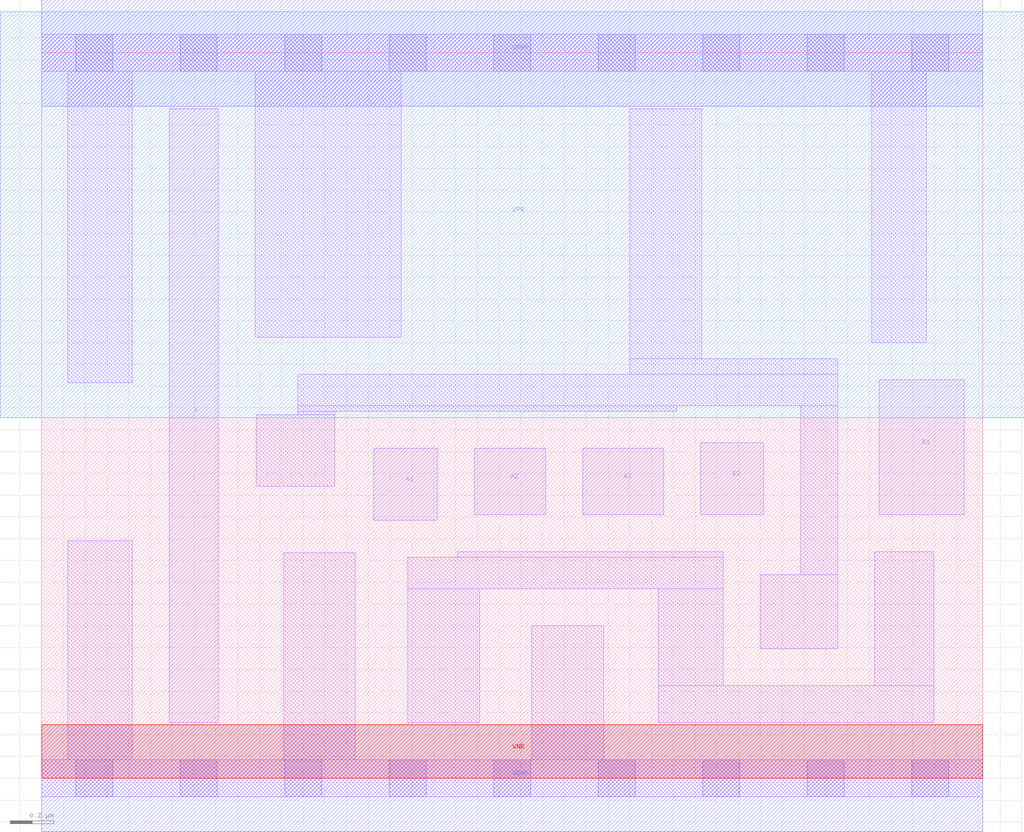
<source format=lef>
# Copyright 2020 The SkyWater PDK Authors
#
# Licensed under the Apache License, Version 2.0 (the "License");
# you may not use this file except in compliance with the License.
# You may obtain a copy of the License at
#
#     https://www.apache.org/licenses/LICENSE-2.0
#
# Unless required by applicable law or agreed to in writing, software
# distributed under the License is distributed on an "AS IS" BASIS,
# WITHOUT WARRANTIES OR CONDITIONS OF ANY KIND, either express or implied.
# See the License for the specific language governing permissions and
# limitations under the License.
#
# SPDX-License-Identifier: Apache-2.0

VERSION 5.7 ;
  NOWIREEXTENSIONATPIN ON ;
  DIVIDERCHAR "/" ;
  BUSBITCHARS "[]" ;
MACRO sky130_fd_sc_lp__o32a_2
  CLASS CORE ;
  FOREIGN sky130_fd_sc_lp__o32a_2 ;
  ORIGIN  0.000000  0.000000 ;
  SIZE  4.320000 BY  3.330000 ;
  SYMMETRY X Y R90 ;
  SITE unit ;
  PIN A1
    ANTENNAGATEAREA  0.315000 ;
    DIRECTION INPUT ;
    USE SIGNAL ;
    PORT
      LAYER li1 ;
        RECT 1.525000 1.185000 1.815000 1.515000 ;
    END
  END A1
  PIN A2
    ANTENNAGATEAREA  0.315000 ;
    DIRECTION INPUT ;
    USE SIGNAL ;
    PORT
      LAYER li1 ;
        RECT 1.985000 1.210000 2.315000 1.515000 ;
    END
  END A2
  PIN A3
    ANTENNAGATEAREA  0.315000 ;
    DIRECTION INPUT ;
    USE SIGNAL ;
    PORT
      LAYER li1 ;
        RECT 2.485000 1.210000 2.855000 1.515000 ;
    END
  END A3
  PIN B1
    ANTENNAGATEAREA  0.315000 ;
    DIRECTION INPUT ;
    USE SIGNAL ;
    PORT
      LAYER li1 ;
        RECT 3.845000 1.210000 4.235000 1.830000 ;
    END
  END B1
  PIN B2
    ANTENNAGATEAREA  0.315000 ;
    DIRECTION INPUT ;
    USE SIGNAL ;
    PORT
      LAYER li1 ;
        RECT 3.025000 1.210000 3.315000 1.540000 ;
    END
  END B2
  PIN X
    ANTENNADIFFAREA  0.588000 ;
    DIRECTION OUTPUT ;
    USE SIGNAL ;
    PORT
      LAYER li1 ;
        RECT 0.585000 0.255000 0.810000 3.075000 ;
    END
  END X
  PIN VGND
    DIRECTION INOUT ;
    USE GROUND ;
    PORT
      LAYER met1 ;
        RECT 0.000000 -0.245000 4.320000 0.245000 ;
    END
  END VGND
  PIN VNB
    DIRECTION INOUT ;
    USE GROUND ;
    PORT
      LAYER pwell ;
        RECT 0.000000 0.000000 4.320000 0.245000 ;
    END
  END VNB
  PIN VPB
    DIRECTION INOUT ;
    USE POWER ;
    PORT
      LAYER nwell ;
        RECT -0.190000 1.655000 4.510000 3.520000 ;
    END
  END VPB
  PIN VPWR
    DIRECTION INOUT ;
    USE POWER ;
    PORT
      LAYER met1 ;
        RECT 0.000000 3.085000 4.320000 3.575000 ;
    END
  END VPWR
  OBS
    LAYER li1 ;
      RECT 0.000000 -0.085000 4.320000 0.085000 ;
      RECT 0.000000  3.245000 4.320000 3.415000 ;
      RECT 0.120000  0.085000 0.415000 1.090000 ;
      RECT 0.120000  1.815000 0.415000 3.245000 ;
      RECT 0.980000  2.025000 1.650000 3.245000 ;
      RECT 0.985000  1.340000 1.345000 1.670000 ;
      RECT 1.110000  0.085000 1.440000 1.035000 ;
      RECT 1.175000  1.670000 1.345000 1.685000 ;
      RECT 1.175000  1.685000 2.915000 1.710000 ;
      RECT 1.175000  1.710000 3.655000 1.855000 ;
      RECT 1.680000  0.255000 2.010000 0.870000 ;
      RECT 1.680000  0.870000 3.130000 1.015000 ;
      RECT 1.910000  1.015000 3.130000 1.040000 ;
      RECT 2.250000  0.085000 2.580000 0.700000 ;
      RECT 2.700000  1.855000 3.655000 1.925000 ;
      RECT 2.700000  1.925000 3.030000 3.075000 ;
      RECT 2.830000  0.255000 4.095000 0.425000 ;
      RECT 2.830000  0.425000 3.130000 0.870000 ;
      RECT 3.300000  0.595000 3.655000 0.935000 ;
      RECT 3.485000  0.935000 3.655000 1.710000 ;
      RECT 3.810000  2.000000 4.060000 3.245000 ;
      RECT 3.825000  0.425000 4.095000 1.040000 ;
    LAYER mcon ;
      RECT 0.155000 -0.085000 0.325000 0.085000 ;
      RECT 0.155000  3.245000 0.325000 3.415000 ;
      RECT 0.635000 -0.085000 0.805000 0.085000 ;
      RECT 0.635000  3.245000 0.805000 3.415000 ;
      RECT 1.115000 -0.085000 1.285000 0.085000 ;
      RECT 1.115000  3.245000 1.285000 3.415000 ;
      RECT 1.595000 -0.085000 1.765000 0.085000 ;
      RECT 1.595000  3.245000 1.765000 3.415000 ;
      RECT 2.075000 -0.085000 2.245000 0.085000 ;
      RECT 2.075000  3.245000 2.245000 3.415000 ;
      RECT 2.555000 -0.085000 2.725000 0.085000 ;
      RECT 2.555000  3.245000 2.725000 3.415000 ;
      RECT 3.035000 -0.085000 3.205000 0.085000 ;
      RECT 3.035000  3.245000 3.205000 3.415000 ;
      RECT 3.515000 -0.085000 3.685000 0.085000 ;
      RECT 3.515000  3.245000 3.685000 3.415000 ;
      RECT 3.995000 -0.085000 4.165000 0.085000 ;
      RECT 3.995000  3.245000 4.165000 3.415000 ;
  END
END sky130_fd_sc_lp__o32a_2
END LIBRARY

</source>
